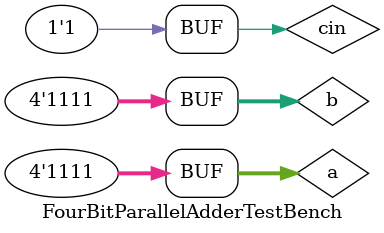
<source format=sv>
`timescale 1ns / 1ps



module FourBitParallelAdderTestBench;
    logic [3:0] a, b; logic cin; //inputs
    logic [3:0] sum; logic cout; //outputs
    
    FourBitParallelAdder DUT(.a(a),.b(b),.cin(cin),.sum(sum),.cout(cout));
    
    initial begin
        a = 4'b1010; b = 4'b0101; cin = 1'b0; #10;
        a = 4'b1010; b = 4'b0100; cin = 1'b1; #10;
        a = 4'hA; b = 4'hA; cin = 1'b0; #10;
        a = 4'hF; b = 4'hF; cin = 1'b0; #10;
        a = 4'hF; b = 4'hF; cin = 1'b1; #10;
    end
    
endmodule


</source>
